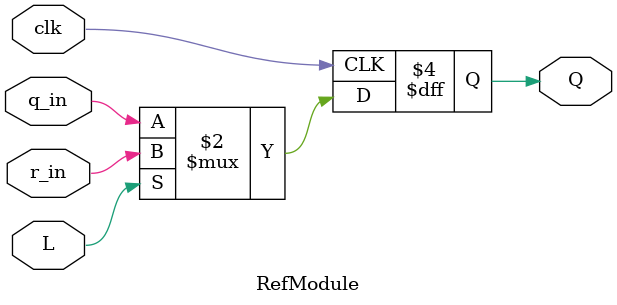
<source format=sv>

module RefModule (
  input clk,
  input L,
  input q_in,
  input r_in,
  output wire Q
);

  initial Q=0;
  always @(posedge clk)
    Q <= L ? r_in : q_in;

endmodule


</source>
